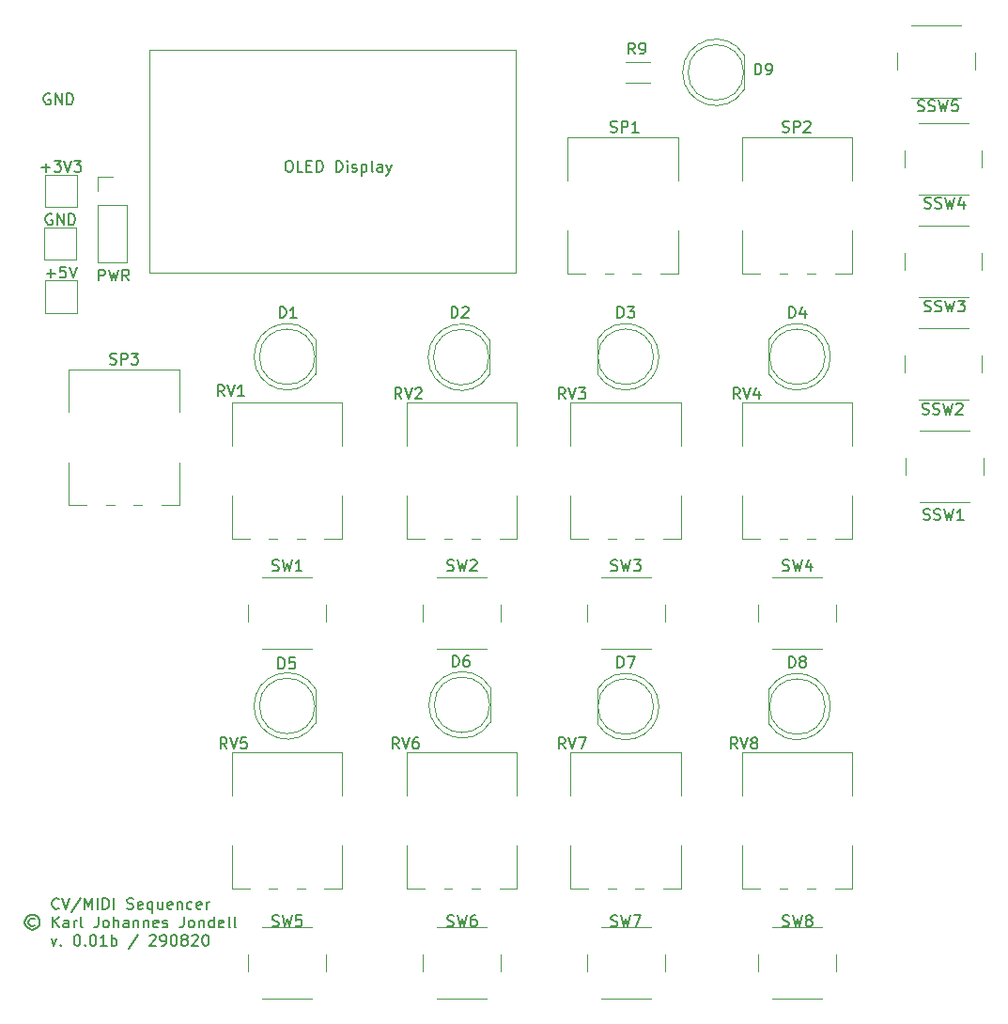
<source format=gbr>
%TF.GenerationSoftware,KiCad,Pcbnew,5.1.5+dfsg1-2build2*%
%TF.CreationDate,2020-08-29T23:52:12+02:00*%
%TF.ProjectId,sequencer-pcb,73657175-656e-4636-9572-2d7063622e6b,rev?*%
%TF.SameCoordinates,Original*%
%TF.FileFunction,Legend,Top*%
%TF.FilePolarity,Positive*%
%FSLAX46Y46*%
G04 Gerber Fmt 4.6, Leading zero omitted, Abs format (unit mm)*
G04 Created by KiCad (PCBNEW 5.1.5+dfsg1-2build2) date 2020-08-29 23:52:12*
%MOMM*%
%LPD*%
G04 APERTURE LIST*
%ADD10C,0.150000*%
%ADD11C,0.120000*%
G04 APERTURE END LIST*
D10*
X100771428Y-130307142D02*
X100723809Y-130354761D01*
X100580952Y-130402380D01*
X100485714Y-130402380D01*
X100342857Y-130354761D01*
X100247619Y-130259523D01*
X100200000Y-130164285D01*
X100152380Y-129973809D01*
X100152380Y-129830952D01*
X100200000Y-129640476D01*
X100247619Y-129545238D01*
X100342857Y-129450000D01*
X100485714Y-129402380D01*
X100580952Y-129402380D01*
X100723809Y-129450000D01*
X100771428Y-129497619D01*
X101057142Y-129402380D02*
X101390476Y-130402380D01*
X101723809Y-129402380D01*
X102771428Y-129354761D02*
X101914285Y-130640476D01*
X103104761Y-130402380D02*
X103104761Y-129402380D01*
X103438095Y-130116666D01*
X103771428Y-129402380D01*
X103771428Y-130402380D01*
X104247619Y-130402380D02*
X104247619Y-129402380D01*
X104723809Y-130402380D02*
X104723809Y-129402380D01*
X104961904Y-129402380D01*
X105104761Y-129450000D01*
X105200000Y-129545238D01*
X105247619Y-129640476D01*
X105295238Y-129830952D01*
X105295238Y-129973809D01*
X105247619Y-130164285D01*
X105200000Y-130259523D01*
X105104761Y-130354761D01*
X104961904Y-130402380D01*
X104723809Y-130402380D01*
X105723809Y-130402380D02*
X105723809Y-129402380D01*
X106914285Y-130354761D02*
X107057142Y-130402380D01*
X107295238Y-130402380D01*
X107390476Y-130354761D01*
X107438095Y-130307142D01*
X107485714Y-130211904D01*
X107485714Y-130116666D01*
X107438095Y-130021428D01*
X107390476Y-129973809D01*
X107295238Y-129926190D01*
X107104761Y-129878571D01*
X107009523Y-129830952D01*
X106961904Y-129783333D01*
X106914285Y-129688095D01*
X106914285Y-129592857D01*
X106961904Y-129497619D01*
X107009523Y-129450000D01*
X107104761Y-129402380D01*
X107342857Y-129402380D01*
X107485714Y-129450000D01*
X108295238Y-130354761D02*
X108200000Y-130402380D01*
X108009523Y-130402380D01*
X107914285Y-130354761D01*
X107866666Y-130259523D01*
X107866666Y-129878571D01*
X107914285Y-129783333D01*
X108009523Y-129735714D01*
X108200000Y-129735714D01*
X108295238Y-129783333D01*
X108342857Y-129878571D01*
X108342857Y-129973809D01*
X107866666Y-130069047D01*
X109200000Y-129735714D02*
X109200000Y-130735714D01*
X109200000Y-130354761D02*
X109104761Y-130402380D01*
X108914285Y-130402380D01*
X108819047Y-130354761D01*
X108771428Y-130307142D01*
X108723809Y-130211904D01*
X108723809Y-129926190D01*
X108771428Y-129830952D01*
X108819047Y-129783333D01*
X108914285Y-129735714D01*
X109104761Y-129735714D01*
X109200000Y-129783333D01*
X110104761Y-129735714D02*
X110104761Y-130402380D01*
X109676190Y-129735714D02*
X109676190Y-130259523D01*
X109723809Y-130354761D01*
X109819047Y-130402380D01*
X109961904Y-130402380D01*
X110057142Y-130354761D01*
X110104761Y-130307142D01*
X110961904Y-130354761D02*
X110866666Y-130402380D01*
X110676190Y-130402380D01*
X110580952Y-130354761D01*
X110533333Y-130259523D01*
X110533333Y-129878571D01*
X110580952Y-129783333D01*
X110676190Y-129735714D01*
X110866666Y-129735714D01*
X110961904Y-129783333D01*
X111009523Y-129878571D01*
X111009523Y-129973809D01*
X110533333Y-130069047D01*
X111438095Y-129735714D02*
X111438095Y-130402380D01*
X111438095Y-129830952D02*
X111485714Y-129783333D01*
X111580952Y-129735714D01*
X111723809Y-129735714D01*
X111819047Y-129783333D01*
X111866666Y-129878571D01*
X111866666Y-130402380D01*
X112771428Y-130354761D02*
X112676190Y-130402380D01*
X112485714Y-130402380D01*
X112390476Y-130354761D01*
X112342857Y-130307142D01*
X112295238Y-130211904D01*
X112295238Y-129926190D01*
X112342857Y-129830952D01*
X112390476Y-129783333D01*
X112485714Y-129735714D01*
X112676190Y-129735714D01*
X112771428Y-129783333D01*
X113580952Y-130354761D02*
X113485714Y-130402380D01*
X113295238Y-130402380D01*
X113200000Y-130354761D01*
X113152380Y-130259523D01*
X113152380Y-129878571D01*
X113200000Y-129783333D01*
X113295238Y-129735714D01*
X113485714Y-129735714D01*
X113580952Y-129783333D01*
X113628571Y-129878571D01*
X113628571Y-129973809D01*
X113152380Y-130069047D01*
X114057142Y-130402380D02*
X114057142Y-129735714D01*
X114057142Y-129926190D02*
X114104761Y-129830952D01*
X114152380Y-129783333D01*
X114247619Y-129735714D01*
X114342857Y-129735714D01*
X98557142Y-131290476D02*
X98461904Y-131242857D01*
X98271428Y-131242857D01*
X98176190Y-131290476D01*
X98080952Y-131385714D01*
X98033333Y-131480952D01*
X98033333Y-131671428D01*
X98080952Y-131766666D01*
X98176190Y-131861904D01*
X98271428Y-131909523D01*
X98461904Y-131909523D01*
X98557142Y-131861904D01*
X98366666Y-130909523D02*
X98128571Y-130957142D01*
X97890476Y-131100000D01*
X97747619Y-131338095D01*
X97700000Y-131576190D01*
X97747619Y-131814285D01*
X97890476Y-132052380D01*
X98128571Y-132195238D01*
X98366666Y-132242857D01*
X98604761Y-132195238D01*
X98842857Y-132052380D01*
X98985714Y-131814285D01*
X99033333Y-131576190D01*
X98985714Y-131338095D01*
X98842857Y-131100000D01*
X98604761Y-130957142D01*
X98366666Y-130909523D01*
X100223809Y-132052380D02*
X100223809Y-131052380D01*
X100795238Y-132052380D02*
X100366666Y-131480952D01*
X100795238Y-131052380D02*
X100223809Y-131623809D01*
X101652380Y-132052380D02*
X101652380Y-131528571D01*
X101604761Y-131433333D01*
X101509523Y-131385714D01*
X101319047Y-131385714D01*
X101223809Y-131433333D01*
X101652380Y-132004761D02*
X101557142Y-132052380D01*
X101319047Y-132052380D01*
X101223809Y-132004761D01*
X101176190Y-131909523D01*
X101176190Y-131814285D01*
X101223809Y-131719047D01*
X101319047Y-131671428D01*
X101557142Y-131671428D01*
X101652380Y-131623809D01*
X102128571Y-132052380D02*
X102128571Y-131385714D01*
X102128571Y-131576190D02*
X102176190Y-131480952D01*
X102223809Y-131433333D01*
X102319047Y-131385714D01*
X102414285Y-131385714D01*
X102890476Y-132052380D02*
X102795238Y-132004761D01*
X102747619Y-131909523D01*
X102747619Y-131052380D01*
X104319047Y-131052380D02*
X104319047Y-131766666D01*
X104271428Y-131909523D01*
X104176190Y-132004761D01*
X104033333Y-132052380D01*
X103938095Y-132052380D01*
X104938095Y-132052380D02*
X104842857Y-132004761D01*
X104795238Y-131957142D01*
X104747619Y-131861904D01*
X104747619Y-131576190D01*
X104795238Y-131480952D01*
X104842857Y-131433333D01*
X104938095Y-131385714D01*
X105080952Y-131385714D01*
X105176190Y-131433333D01*
X105223809Y-131480952D01*
X105271428Y-131576190D01*
X105271428Y-131861904D01*
X105223809Y-131957142D01*
X105176190Y-132004761D01*
X105080952Y-132052380D01*
X104938095Y-132052380D01*
X105700000Y-132052380D02*
X105700000Y-131052380D01*
X106128571Y-132052380D02*
X106128571Y-131528571D01*
X106080952Y-131433333D01*
X105985714Y-131385714D01*
X105842857Y-131385714D01*
X105747619Y-131433333D01*
X105700000Y-131480952D01*
X107033333Y-132052380D02*
X107033333Y-131528571D01*
X106985714Y-131433333D01*
X106890476Y-131385714D01*
X106700000Y-131385714D01*
X106604761Y-131433333D01*
X107033333Y-132004761D02*
X106938095Y-132052380D01*
X106700000Y-132052380D01*
X106604761Y-132004761D01*
X106557142Y-131909523D01*
X106557142Y-131814285D01*
X106604761Y-131719047D01*
X106700000Y-131671428D01*
X106938095Y-131671428D01*
X107033333Y-131623809D01*
X107509523Y-131385714D02*
X107509523Y-132052380D01*
X107509523Y-131480952D02*
X107557142Y-131433333D01*
X107652380Y-131385714D01*
X107795238Y-131385714D01*
X107890476Y-131433333D01*
X107938095Y-131528571D01*
X107938095Y-132052380D01*
X108414285Y-131385714D02*
X108414285Y-132052380D01*
X108414285Y-131480952D02*
X108461904Y-131433333D01*
X108557142Y-131385714D01*
X108700000Y-131385714D01*
X108795238Y-131433333D01*
X108842857Y-131528571D01*
X108842857Y-132052380D01*
X109700000Y-132004761D02*
X109604761Y-132052380D01*
X109414285Y-132052380D01*
X109319047Y-132004761D01*
X109271428Y-131909523D01*
X109271428Y-131528571D01*
X109319047Y-131433333D01*
X109414285Y-131385714D01*
X109604761Y-131385714D01*
X109700000Y-131433333D01*
X109747619Y-131528571D01*
X109747619Y-131623809D01*
X109271428Y-131719047D01*
X110128571Y-132004761D02*
X110223809Y-132052380D01*
X110414285Y-132052380D01*
X110509523Y-132004761D01*
X110557142Y-131909523D01*
X110557142Y-131861904D01*
X110509523Y-131766666D01*
X110414285Y-131719047D01*
X110271428Y-131719047D01*
X110176190Y-131671428D01*
X110128571Y-131576190D01*
X110128571Y-131528571D01*
X110176190Y-131433333D01*
X110271428Y-131385714D01*
X110414285Y-131385714D01*
X110509523Y-131433333D01*
X112033333Y-131052380D02*
X112033333Y-131766666D01*
X111985714Y-131909523D01*
X111890476Y-132004761D01*
X111747619Y-132052380D01*
X111652380Y-132052380D01*
X112652380Y-132052380D02*
X112557142Y-132004761D01*
X112509523Y-131957142D01*
X112461904Y-131861904D01*
X112461904Y-131576190D01*
X112509523Y-131480952D01*
X112557142Y-131433333D01*
X112652380Y-131385714D01*
X112795238Y-131385714D01*
X112890476Y-131433333D01*
X112938095Y-131480952D01*
X112985714Y-131576190D01*
X112985714Y-131861904D01*
X112938095Y-131957142D01*
X112890476Y-132004761D01*
X112795238Y-132052380D01*
X112652380Y-132052380D01*
X113414285Y-131385714D02*
X113414285Y-132052380D01*
X113414285Y-131480952D02*
X113461904Y-131433333D01*
X113557142Y-131385714D01*
X113700000Y-131385714D01*
X113795238Y-131433333D01*
X113842857Y-131528571D01*
X113842857Y-132052380D01*
X114747619Y-132052380D02*
X114747619Y-131052380D01*
X114747619Y-132004761D02*
X114652380Y-132052380D01*
X114461904Y-132052380D01*
X114366666Y-132004761D01*
X114319047Y-131957142D01*
X114271428Y-131861904D01*
X114271428Y-131576190D01*
X114319047Y-131480952D01*
X114366666Y-131433333D01*
X114461904Y-131385714D01*
X114652380Y-131385714D01*
X114747619Y-131433333D01*
X115604761Y-132004761D02*
X115509523Y-132052380D01*
X115319047Y-132052380D01*
X115223809Y-132004761D01*
X115176190Y-131909523D01*
X115176190Y-131528571D01*
X115223809Y-131433333D01*
X115319047Y-131385714D01*
X115509523Y-131385714D01*
X115604761Y-131433333D01*
X115652380Y-131528571D01*
X115652380Y-131623809D01*
X115176190Y-131719047D01*
X116223809Y-132052380D02*
X116128571Y-132004761D01*
X116080952Y-131909523D01*
X116080952Y-131052380D01*
X116747619Y-132052380D02*
X116652380Y-132004761D01*
X116604761Y-131909523D01*
X116604761Y-131052380D01*
X100080952Y-133035714D02*
X100319047Y-133702380D01*
X100557142Y-133035714D01*
X100938095Y-133607142D02*
X100985714Y-133654761D01*
X100938095Y-133702380D01*
X100890476Y-133654761D01*
X100938095Y-133607142D01*
X100938095Y-133702380D01*
X102366666Y-132702380D02*
X102461904Y-132702380D01*
X102557142Y-132750000D01*
X102604761Y-132797619D01*
X102652380Y-132892857D01*
X102700000Y-133083333D01*
X102700000Y-133321428D01*
X102652380Y-133511904D01*
X102604761Y-133607142D01*
X102557142Y-133654761D01*
X102461904Y-133702380D01*
X102366666Y-133702380D01*
X102271428Y-133654761D01*
X102223809Y-133607142D01*
X102176190Y-133511904D01*
X102128571Y-133321428D01*
X102128571Y-133083333D01*
X102176190Y-132892857D01*
X102223809Y-132797619D01*
X102271428Y-132750000D01*
X102366666Y-132702380D01*
X103128571Y-133607142D02*
X103176190Y-133654761D01*
X103128571Y-133702380D01*
X103080952Y-133654761D01*
X103128571Y-133607142D01*
X103128571Y-133702380D01*
X103795238Y-132702380D02*
X103890476Y-132702380D01*
X103985714Y-132750000D01*
X104033333Y-132797619D01*
X104080952Y-132892857D01*
X104128571Y-133083333D01*
X104128571Y-133321428D01*
X104080952Y-133511904D01*
X104033333Y-133607142D01*
X103985714Y-133654761D01*
X103890476Y-133702380D01*
X103795238Y-133702380D01*
X103700000Y-133654761D01*
X103652380Y-133607142D01*
X103604761Y-133511904D01*
X103557142Y-133321428D01*
X103557142Y-133083333D01*
X103604761Y-132892857D01*
X103652380Y-132797619D01*
X103700000Y-132750000D01*
X103795238Y-132702380D01*
X105080952Y-133702380D02*
X104509523Y-133702380D01*
X104795238Y-133702380D02*
X104795238Y-132702380D01*
X104700000Y-132845238D01*
X104604761Y-132940476D01*
X104509523Y-132988095D01*
X105509523Y-133702380D02*
X105509523Y-132702380D01*
X105509523Y-133083333D02*
X105604761Y-133035714D01*
X105795238Y-133035714D01*
X105890476Y-133083333D01*
X105938095Y-133130952D01*
X105985714Y-133226190D01*
X105985714Y-133511904D01*
X105938095Y-133607142D01*
X105890476Y-133654761D01*
X105795238Y-133702380D01*
X105604761Y-133702380D01*
X105509523Y-133654761D01*
X107890476Y-132654761D02*
X107033333Y-133940476D01*
X108938095Y-132797619D02*
X108985714Y-132750000D01*
X109080952Y-132702380D01*
X109319047Y-132702380D01*
X109414285Y-132750000D01*
X109461904Y-132797619D01*
X109509523Y-132892857D01*
X109509523Y-132988095D01*
X109461904Y-133130952D01*
X108890476Y-133702380D01*
X109509523Y-133702380D01*
X109985714Y-133702380D02*
X110176190Y-133702380D01*
X110271428Y-133654761D01*
X110319047Y-133607142D01*
X110414285Y-133464285D01*
X110461904Y-133273809D01*
X110461904Y-132892857D01*
X110414285Y-132797619D01*
X110366666Y-132750000D01*
X110271428Y-132702380D01*
X110080952Y-132702380D01*
X109985714Y-132750000D01*
X109938095Y-132797619D01*
X109890476Y-132892857D01*
X109890476Y-133130952D01*
X109938095Y-133226190D01*
X109985714Y-133273809D01*
X110080952Y-133321428D01*
X110271428Y-133321428D01*
X110366666Y-133273809D01*
X110414285Y-133226190D01*
X110461904Y-133130952D01*
X111080952Y-132702380D02*
X111176190Y-132702380D01*
X111271428Y-132750000D01*
X111319047Y-132797619D01*
X111366666Y-132892857D01*
X111414285Y-133083333D01*
X111414285Y-133321428D01*
X111366666Y-133511904D01*
X111319047Y-133607142D01*
X111271428Y-133654761D01*
X111176190Y-133702380D01*
X111080952Y-133702380D01*
X110985714Y-133654761D01*
X110938095Y-133607142D01*
X110890476Y-133511904D01*
X110842857Y-133321428D01*
X110842857Y-133083333D01*
X110890476Y-132892857D01*
X110938095Y-132797619D01*
X110985714Y-132750000D01*
X111080952Y-132702380D01*
X111985714Y-133130952D02*
X111890476Y-133083333D01*
X111842857Y-133035714D01*
X111795238Y-132940476D01*
X111795238Y-132892857D01*
X111842857Y-132797619D01*
X111890476Y-132750000D01*
X111985714Y-132702380D01*
X112176190Y-132702380D01*
X112271428Y-132750000D01*
X112319047Y-132797619D01*
X112366666Y-132892857D01*
X112366666Y-132940476D01*
X112319047Y-133035714D01*
X112271428Y-133083333D01*
X112176190Y-133130952D01*
X111985714Y-133130952D01*
X111890476Y-133178571D01*
X111842857Y-133226190D01*
X111795238Y-133321428D01*
X111795238Y-133511904D01*
X111842857Y-133607142D01*
X111890476Y-133654761D01*
X111985714Y-133702380D01*
X112176190Y-133702380D01*
X112271428Y-133654761D01*
X112319047Y-133607142D01*
X112366666Y-133511904D01*
X112366666Y-133321428D01*
X112319047Y-133226190D01*
X112271428Y-133178571D01*
X112176190Y-133130952D01*
X112747619Y-132797619D02*
X112795238Y-132750000D01*
X112890476Y-132702380D01*
X113128571Y-132702380D01*
X113223809Y-132750000D01*
X113271428Y-132797619D01*
X113319047Y-132892857D01*
X113319047Y-132988095D01*
X113271428Y-133130952D01*
X112700000Y-133702380D01*
X113319047Y-133702380D01*
X113938095Y-132702380D02*
X114033333Y-132702380D01*
X114128571Y-132750000D01*
X114176190Y-132797619D01*
X114223809Y-132892857D01*
X114271428Y-133083333D01*
X114271428Y-133321428D01*
X114223809Y-133511904D01*
X114176190Y-133607142D01*
X114128571Y-133654761D01*
X114033333Y-133702380D01*
X113938095Y-133702380D01*
X113842857Y-133654761D01*
X113795238Y-133607142D01*
X113747619Y-133511904D01*
X113700000Y-133321428D01*
X113700000Y-133083333D01*
X113747619Y-132892857D01*
X113795238Y-132797619D01*
X113842857Y-132750000D01*
X113938095Y-132702380D01*
D11*
%TO.C,+5V*%
X99500000Y-76700000D02*
X99500000Y-73800000D01*
X102400000Y-76700000D02*
X99500000Y-76700000D01*
X102400000Y-73800000D02*
X102400000Y-76700000D01*
X99500000Y-73800000D02*
X102400000Y-73800000D01*
%TO.C,GND*%
X99450000Y-71925000D02*
X99450000Y-69025000D01*
X102350000Y-71925000D02*
X99450000Y-71925000D01*
X102350000Y-69025000D02*
X102350000Y-71925000D01*
X99450000Y-69025000D02*
X102350000Y-69025000D01*
%TO.C,+3V3*%
X99500000Y-67150000D02*
X99500000Y-64250000D01*
X102400000Y-67150000D02*
X99500000Y-67150000D01*
X102400000Y-64250000D02*
X102400000Y-67150000D01*
X99500000Y-64250000D02*
X102400000Y-64250000D01*
%TO.C,PWR*%
X104270000Y-64420000D02*
X105600000Y-64420000D01*
X104270000Y-65750000D02*
X104270000Y-64420000D01*
X104270000Y-67020000D02*
X106930000Y-67020000D01*
X106930000Y-67020000D02*
X106930000Y-72160000D01*
X104270000Y-67020000D02*
X104270000Y-72160000D01*
X104270000Y-72160000D02*
X106930000Y-72160000D01*
%TO.C,RV1*%
X116368000Y-84810000D02*
X126308000Y-84810000D01*
X124708000Y-97050000D02*
X126308000Y-97050000D01*
X122209000Y-97050000D02*
X122968000Y-97050000D01*
X119709000Y-97050000D02*
X120468000Y-97050000D01*
X116368000Y-97050000D02*
X117967000Y-97050000D01*
X126308000Y-88675000D02*
X126308000Y-84810000D01*
X126308000Y-97050000D02*
X126308000Y-93185000D01*
X116368000Y-88675000D02*
X116368000Y-84810000D01*
X116368000Y-97050000D02*
X116368000Y-93185000D01*
%TO.C,OLED Display*%
X108950000Y-53050000D02*
X141950000Y-53050000D01*
X141950000Y-53050000D02*
X141950000Y-73050000D01*
X141950000Y-73050000D02*
X108950000Y-73050000D01*
X108950000Y-73050000D02*
X108950000Y-53050000D01*
%TO.C,SP3*%
X101680000Y-81780000D02*
X111620000Y-81780000D01*
X110020000Y-94020000D02*
X111620000Y-94020000D01*
X107521000Y-94020000D02*
X108280000Y-94020000D01*
X105021000Y-94020000D02*
X105780000Y-94020000D01*
X101680000Y-94020000D02*
X103279000Y-94020000D01*
X111620000Y-85645000D02*
X111620000Y-81780000D01*
X111620000Y-94020000D02*
X111620000Y-90155000D01*
X101680000Y-85645000D02*
X101680000Y-81780000D01*
X101680000Y-94020000D02*
X101680000Y-90155000D01*
%TO.C,SP2*%
X162353000Y-73146000D02*
X162353000Y-69281000D01*
X162353000Y-64771000D02*
X162353000Y-60906000D01*
X172293000Y-73146000D02*
X172293000Y-69281000D01*
X172293000Y-64771000D02*
X172293000Y-60906000D01*
X162353000Y-73146000D02*
X163952000Y-73146000D01*
X165694000Y-73146000D02*
X166453000Y-73146000D01*
X168194000Y-73146000D02*
X168953000Y-73146000D01*
X170693000Y-73146000D02*
X172293000Y-73146000D01*
X162353000Y-60906000D02*
X172293000Y-60906000D01*
%TO.C,SP1*%
X146640000Y-60906000D02*
X156580000Y-60906000D01*
X154980000Y-73146000D02*
X156580000Y-73146000D01*
X152481000Y-73146000D02*
X153240000Y-73146000D01*
X149981000Y-73146000D02*
X150740000Y-73146000D01*
X146640000Y-73146000D02*
X148239000Y-73146000D01*
X156580000Y-64771000D02*
X156580000Y-60906000D01*
X156580000Y-73146000D02*
X156580000Y-69281000D01*
X146640000Y-64771000D02*
X146640000Y-60906000D01*
X146640000Y-73146000D02*
X146640000Y-69281000D01*
%TO.C,RV8*%
X162353000Y-128546000D02*
X162353000Y-124681000D01*
X162353000Y-120171000D02*
X162353000Y-116306000D01*
X172293000Y-128546000D02*
X172293000Y-124681000D01*
X172293000Y-120171000D02*
X172293000Y-116306000D01*
X162353000Y-128546000D02*
X163952000Y-128546000D01*
X165694000Y-128546000D02*
X166453000Y-128546000D01*
X168194000Y-128546000D02*
X168953000Y-128546000D01*
X170693000Y-128546000D02*
X172293000Y-128546000D01*
X162353000Y-116306000D02*
X172293000Y-116306000D01*
%TO.C,RV7*%
X146894000Y-116306000D02*
X156834000Y-116306000D01*
X155234000Y-128546000D02*
X156834000Y-128546000D01*
X152735000Y-128546000D02*
X153494000Y-128546000D01*
X150235000Y-128546000D02*
X150994000Y-128546000D01*
X146894000Y-128546000D02*
X148493000Y-128546000D01*
X156834000Y-120171000D02*
X156834000Y-116306000D01*
X156834000Y-128546000D02*
X156834000Y-124681000D01*
X146894000Y-120171000D02*
X146894000Y-116306000D01*
X146894000Y-128546000D02*
X146894000Y-124681000D01*
%TO.C,RV6*%
X132127000Y-116306000D02*
X142067000Y-116306000D01*
X140467000Y-128546000D02*
X142067000Y-128546000D01*
X137968000Y-128546000D02*
X138727000Y-128546000D01*
X135468000Y-128546000D02*
X136227000Y-128546000D01*
X132127000Y-128546000D02*
X133726000Y-128546000D01*
X142067000Y-120171000D02*
X142067000Y-116306000D01*
X142067000Y-128546000D02*
X142067000Y-124681000D01*
X132127000Y-120171000D02*
X132127000Y-116306000D01*
X132127000Y-128546000D02*
X132127000Y-124681000D01*
%TO.C,RV5*%
X116368000Y-116306000D02*
X126308000Y-116306000D01*
X124708000Y-128546000D02*
X126308000Y-128546000D01*
X122209000Y-128546000D02*
X122968000Y-128546000D01*
X119709000Y-128546000D02*
X120468000Y-128546000D01*
X116368000Y-128546000D02*
X117967000Y-128546000D01*
X126308000Y-120171000D02*
X126308000Y-116306000D01*
X126308000Y-128546000D02*
X126308000Y-124681000D01*
X116368000Y-120171000D02*
X116368000Y-116306000D01*
X116368000Y-128546000D02*
X116368000Y-124681000D01*
%TO.C,RV4*%
X162353000Y-97050000D02*
X162353000Y-93185000D01*
X162353000Y-88675000D02*
X162353000Y-84810000D01*
X172293000Y-97050000D02*
X172293000Y-93185000D01*
X172293000Y-88675000D02*
X172293000Y-84810000D01*
X162353000Y-97050000D02*
X163952000Y-97050000D01*
X165694000Y-97050000D02*
X166453000Y-97050000D01*
X168194000Y-97050000D02*
X168953000Y-97050000D01*
X170693000Y-97050000D02*
X172293000Y-97050000D01*
X162353000Y-84810000D02*
X172293000Y-84810000D01*
%TO.C,RV3*%
X146894000Y-84810000D02*
X156834000Y-84810000D01*
X155234000Y-97050000D02*
X156834000Y-97050000D01*
X152735000Y-97050000D02*
X153494000Y-97050000D01*
X150235000Y-97050000D02*
X150994000Y-97050000D01*
X146894000Y-97050000D02*
X148493000Y-97050000D01*
X156834000Y-88675000D02*
X156834000Y-84810000D01*
X156834000Y-97050000D02*
X156834000Y-93185000D01*
X146894000Y-88675000D02*
X146894000Y-84810000D01*
X146894000Y-97050000D02*
X146894000Y-93185000D01*
%TO.C,RV2*%
X132127000Y-84810000D02*
X142067000Y-84810000D01*
X140467000Y-97050000D02*
X142067000Y-97050000D01*
X137968000Y-97050000D02*
X138727000Y-97050000D01*
X135468000Y-97050000D02*
X136227000Y-97050000D01*
X132127000Y-97050000D02*
X133726000Y-97050000D01*
X142067000Y-88675000D02*
X142067000Y-84810000D01*
X142067000Y-97050000D02*
X142067000Y-93185000D01*
X132127000Y-88675000D02*
X132127000Y-84810000D01*
X132127000Y-97050000D02*
X132127000Y-93185000D01*
%TO.C,SSW5*%
X182073000Y-50800000D02*
X177573000Y-50800000D01*
X183323000Y-54800000D02*
X183323000Y-53300000D01*
X177573000Y-57300000D02*
X182073000Y-57300000D01*
X176323000Y-53300000D02*
X176323000Y-54800000D01*
%TO.C,SSW1*%
X184078000Y-91278000D02*
X184078000Y-89778000D01*
X182828000Y-87278000D02*
X178328000Y-87278000D01*
X177078000Y-89778000D02*
X177078000Y-91278000D01*
X178328000Y-93778000D02*
X182828000Y-93778000D01*
%TO.C,SSW3*%
X183974000Y-72820666D02*
X183974000Y-71320666D01*
X182724000Y-68820666D02*
X178224000Y-68820666D01*
X176974000Y-71320666D02*
X176974000Y-72820666D01*
X178224000Y-75320666D02*
X182724000Y-75320666D01*
%TO.C,SSW2*%
X183974000Y-82049332D02*
X183974000Y-80549332D01*
X182724000Y-78049332D02*
X178224000Y-78049332D01*
X176974000Y-80549332D02*
X176974000Y-82049332D01*
X178224000Y-84549332D02*
X182724000Y-84549332D01*
%TO.C,SSW4*%
X183974000Y-63592000D02*
X183974000Y-62092000D01*
X182724000Y-59592000D02*
X178224000Y-59592000D01*
X176974000Y-62092000D02*
X176974000Y-63592000D01*
X178224000Y-66092000D02*
X182724000Y-66092000D01*
%TO.C,SW8*%
X165073000Y-138482000D02*
X169573000Y-138482000D01*
X163823000Y-134482000D02*
X163823000Y-135982000D01*
X169573000Y-131982000D02*
X165073000Y-131982000D01*
X170823000Y-135982000D02*
X170823000Y-134482000D01*
%TO.C,SW7*%
X155364000Y-135982000D02*
X155364000Y-134482000D01*
X154114000Y-131982000D02*
X149614000Y-131982000D01*
X148364000Y-134482000D02*
X148364000Y-135982000D01*
X149614000Y-138482000D02*
X154114000Y-138482000D01*
%TO.C,SW6*%
X140597000Y-135982000D02*
X140597000Y-134482000D01*
X139347000Y-131982000D02*
X134847000Y-131982000D01*
X133597000Y-134482000D02*
X133597000Y-135982000D01*
X134847000Y-138482000D02*
X139347000Y-138482000D01*
%TO.C,SW5*%
X124838000Y-135982000D02*
X124838000Y-134482000D01*
X123588000Y-131982000D02*
X119088000Y-131982000D01*
X117838000Y-134482000D02*
X117838000Y-135982000D01*
X119088000Y-138482000D02*
X123588000Y-138482000D01*
%TO.C,SW4*%
X165073000Y-106986000D02*
X169573000Y-106986000D01*
X163823000Y-102986000D02*
X163823000Y-104486000D01*
X169573000Y-100486000D02*
X165073000Y-100486000D01*
X170823000Y-104486000D02*
X170823000Y-102986000D01*
%TO.C,SW3*%
X155364000Y-104486000D02*
X155364000Y-102986000D01*
X154114000Y-100486000D02*
X149614000Y-100486000D01*
X148364000Y-102986000D02*
X148364000Y-104486000D01*
X149614000Y-106986000D02*
X154114000Y-106986000D01*
%TO.C,SW2*%
X140597000Y-104486000D02*
X140597000Y-102986000D01*
X139347000Y-100486000D02*
X134847000Y-100486000D01*
X133597000Y-102986000D02*
X133597000Y-104486000D01*
X134847000Y-106986000D02*
X139347000Y-106986000D01*
%TO.C,SW1*%
X124838000Y-104486000D02*
X124838000Y-102986000D01*
X123588000Y-100486000D02*
X119088000Y-100486000D01*
X117838000Y-102986000D02*
X117838000Y-104486000D01*
X119088000Y-106986000D02*
X123588000Y-106986000D01*
%TO.C,R9*%
X154061252Y-55960000D02*
X151838748Y-55960000D01*
X154061252Y-54140000D02*
X151838748Y-54140000D01*
%TO.C,D9*%
X162480000Y-55050000D02*
G75*
G03X162480000Y-55050000I-2500000J0D01*
G01*
X162540000Y-56595000D02*
X162540000Y-53505000D01*
X156990000Y-55050462D02*
G75*
G02X162540000Y-53505170I2990000J462D01*
G01*
X156990000Y-55049538D02*
G75*
G03X162540000Y-56594830I2990000J-462D01*
G01*
%TO.C,D8*%
X170308000Y-112153538D02*
G75*
G02X164758000Y-113698830I-2990000J-462D01*
G01*
X170308000Y-112154462D02*
G75*
G03X164758000Y-110609170I-2990000J462D01*
G01*
X169818000Y-112154000D02*
G75*
G03X169818000Y-112154000I-2500000J0D01*
G01*
X164758000Y-110609000D02*
X164758000Y-113699000D01*
%TO.C,D7*%
X149299000Y-110609000D02*
X149299000Y-113699000D01*
X154359000Y-112154000D02*
G75*
G03X154359000Y-112154000I-2500000J0D01*
G01*
X154849000Y-112154462D02*
G75*
G03X149299000Y-110609170I-2990000J462D01*
G01*
X154849000Y-112153538D02*
G75*
G02X149299000Y-113698830I-2990000J-462D01*
G01*
%TO.C,D6*%
X139662000Y-113545000D02*
X139662000Y-110455000D01*
X139602000Y-112000000D02*
G75*
G03X139602000Y-112000000I-2500000J0D01*
G01*
X134112000Y-111999538D02*
G75*
G03X139662000Y-113544830I2990000J-462D01*
G01*
X134112000Y-112000462D02*
G75*
G02X139662000Y-110455170I2990000J462D01*
G01*
%TO.C,D5*%
X123903000Y-113645000D02*
X123903000Y-110555000D01*
X123843000Y-112100000D02*
G75*
G03X123843000Y-112100000I-2500000J0D01*
G01*
X118353000Y-112099538D02*
G75*
G03X123903000Y-113644830I2990000J-462D01*
G01*
X118353000Y-112100462D02*
G75*
G02X123903000Y-110555170I2990000J462D01*
G01*
%TO.C,D4*%
X170308000Y-80657538D02*
G75*
G02X164758000Y-82202830I-2990000J-462D01*
G01*
X170308000Y-80658462D02*
G75*
G03X164758000Y-79113170I-2990000J462D01*
G01*
X169818000Y-80658000D02*
G75*
G03X169818000Y-80658000I-2500000J0D01*
G01*
X164758000Y-79113000D02*
X164758000Y-82203000D01*
%TO.C,D3*%
X149299000Y-79113000D02*
X149299000Y-82203000D01*
X154359000Y-80658000D02*
G75*
G03X154359000Y-80658000I-2500000J0D01*
G01*
X154849000Y-80658462D02*
G75*
G03X149299000Y-79113170I-2990000J462D01*
G01*
X154849000Y-80657538D02*
G75*
G02X149299000Y-82202830I-2990000J-462D01*
G01*
%TO.C,D2*%
X139590000Y-82245000D02*
X139590000Y-79155000D01*
X139530000Y-80700000D02*
G75*
G03X139530000Y-80700000I-2500000J0D01*
G01*
X134040000Y-80699538D02*
G75*
G03X139590000Y-82244830I2990000J-462D01*
G01*
X134040000Y-80700462D02*
G75*
G02X139590000Y-79155170I2990000J462D01*
G01*
%TO.C,D1*%
X123903000Y-82203000D02*
X123903000Y-79113000D01*
X123843000Y-80658000D02*
G75*
G03X123843000Y-80658000I-2500000J0D01*
G01*
X118353000Y-80657538D02*
G75*
G03X123903000Y-82202830I2990000J-462D01*
G01*
X118353000Y-80658462D02*
G75*
G02X123903000Y-79113170I2990000J462D01*
G01*
%TO.C,+5V*%
D10*
X99664285Y-73173428D02*
X100426190Y-73173428D01*
X100045238Y-73554380D02*
X100045238Y-72792476D01*
X101378571Y-72554380D02*
X100902380Y-72554380D01*
X100854761Y-73030571D01*
X100902380Y-72982952D01*
X100997619Y-72935333D01*
X101235714Y-72935333D01*
X101330952Y-72982952D01*
X101378571Y-73030571D01*
X101426190Y-73125809D01*
X101426190Y-73363904D01*
X101378571Y-73459142D01*
X101330952Y-73506761D01*
X101235714Y-73554380D01*
X100997619Y-73554380D01*
X100902380Y-73506761D01*
X100854761Y-73459142D01*
X101711904Y-72554380D02*
X102045238Y-73554380D01*
X102378571Y-72554380D01*
%TO.C,GND*%
X100138095Y-67827000D02*
X100042857Y-67779380D01*
X99900000Y-67779380D01*
X99757142Y-67827000D01*
X99661904Y-67922238D01*
X99614285Y-68017476D01*
X99566666Y-68207952D01*
X99566666Y-68350809D01*
X99614285Y-68541285D01*
X99661904Y-68636523D01*
X99757142Y-68731761D01*
X99900000Y-68779380D01*
X99995238Y-68779380D01*
X100138095Y-68731761D01*
X100185714Y-68684142D01*
X100185714Y-68350809D01*
X99995238Y-68350809D01*
X100614285Y-68779380D02*
X100614285Y-67779380D01*
X101185714Y-68779380D01*
X101185714Y-67779380D01*
X101661904Y-68779380D02*
X101661904Y-67779380D01*
X101900000Y-67779380D01*
X102042857Y-67827000D01*
X102138095Y-67922238D01*
X102185714Y-68017476D01*
X102233333Y-68207952D01*
X102233333Y-68350809D01*
X102185714Y-68541285D01*
X102138095Y-68636523D01*
X102042857Y-68731761D01*
X101900000Y-68779380D01*
X101661904Y-68779380D01*
%TO.C,+3V3*%
X99188095Y-63623428D02*
X99950000Y-63623428D01*
X99569047Y-64004380D02*
X99569047Y-63242476D01*
X100330952Y-63004380D02*
X100950000Y-63004380D01*
X100616666Y-63385333D01*
X100759523Y-63385333D01*
X100854761Y-63432952D01*
X100902380Y-63480571D01*
X100950000Y-63575809D01*
X100950000Y-63813904D01*
X100902380Y-63909142D01*
X100854761Y-63956761D01*
X100759523Y-64004380D01*
X100473809Y-64004380D01*
X100378571Y-63956761D01*
X100330952Y-63909142D01*
X101235714Y-63004380D02*
X101569047Y-64004380D01*
X101902380Y-63004380D01*
X102140476Y-63004380D02*
X102759523Y-63004380D01*
X102426190Y-63385333D01*
X102569047Y-63385333D01*
X102664285Y-63432952D01*
X102711904Y-63480571D01*
X102759523Y-63575809D01*
X102759523Y-63813904D01*
X102711904Y-63909142D01*
X102664285Y-63956761D01*
X102569047Y-64004380D01*
X102283333Y-64004380D01*
X102188095Y-63956761D01*
X102140476Y-63909142D01*
%TO.C,PWR*%
X104366666Y-73802380D02*
X104366666Y-72802380D01*
X104747619Y-72802380D01*
X104842857Y-72850000D01*
X104890476Y-72897619D01*
X104938095Y-72992857D01*
X104938095Y-73135714D01*
X104890476Y-73230952D01*
X104842857Y-73278571D01*
X104747619Y-73326190D01*
X104366666Y-73326190D01*
X105271428Y-72802380D02*
X105509523Y-73802380D01*
X105700000Y-73088095D01*
X105890476Y-73802380D01*
X106128571Y-72802380D01*
X107080952Y-73802380D02*
X106747619Y-73326190D01*
X106509523Y-73802380D02*
X106509523Y-72802380D01*
X106890476Y-72802380D01*
X106985714Y-72850000D01*
X107033333Y-72897619D01*
X107080952Y-72992857D01*
X107080952Y-73135714D01*
X107033333Y-73230952D01*
X106985714Y-73278571D01*
X106890476Y-73326190D01*
X106509523Y-73326190D01*
%TO.C,RV1*%
X115654761Y-84202380D02*
X115321428Y-83726190D01*
X115083333Y-84202380D02*
X115083333Y-83202380D01*
X115464285Y-83202380D01*
X115559523Y-83250000D01*
X115607142Y-83297619D01*
X115654761Y-83392857D01*
X115654761Y-83535714D01*
X115607142Y-83630952D01*
X115559523Y-83678571D01*
X115464285Y-83726190D01*
X115083333Y-83726190D01*
X115940476Y-83202380D02*
X116273809Y-84202380D01*
X116607142Y-83202380D01*
X117464285Y-84202380D02*
X116892857Y-84202380D01*
X117178571Y-84202380D02*
X117178571Y-83202380D01*
X117083333Y-83345238D01*
X116988095Y-83440476D01*
X116892857Y-83488095D01*
%TO.C,OLED Display*%
X121426190Y-63002380D02*
X121616666Y-63002380D01*
X121711904Y-63050000D01*
X121807142Y-63145238D01*
X121854761Y-63335714D01*
X121854761Y-63669047D01*
X121807142Y-63859523D01*
X121711904Y-63954761D01*
X121616666Y-64002380D01*
X121426190Y-64002380D01*
X121330952Y-63954761D01*
X121235714Y-63859523D01*
X121188095Y-63669047D01*
X121188095Y-63335714D01*
X121235714Y-63145238D01*
X121330952Y-63050000D01*
X121426190Y-63002380D01*
X122759523Y-64002380D02*
X122283333Y-64002380D01*
X122283333Y-63002380D01*
X123092857Y-63478571D02*
X123426190Y-63478571D01*
X123569047Y-64002380D02*
X123092857Y-64002380D01*
X123092857Y-63002380D01*
X123569047Y-63002380D01*
X123997619Y-64002380D02*
X123997619Y-63002380D01*
X124235714Y-63002380D01*
X124378571Y-63050000D01*
X124473809Y-63145238D01*
X124521428Y-63240476D01*
X124569047Y-63430952D01*
X124569047Y-63573809D01*
X124521428Y-63764285D01*
X124473809Y-63859523D01*
X124378571Y-63954761D01*
X124235714Y-64002380D01*
X123997619Y-64002380D01*
X125759523Y-64002380D02*
X125759523Y-63002380D01*
X125997619Y-63002380D01*
X126140476Y-63050000D01*
X126235714Y-63145238D01*
X126283333Y-63240476D01*
X126330952Y-63430952D01*
X126330952Y-63573809D01*
X126283333Y-63764285D01*
X126235714Y-63859523D01*
X126140476Y-63954761D01*
X125997619Y-64002380D01*
X125759523Y-64002380D01*
X126759523Y-64002380D02*
X126759523Y-63335714D01*
X126759523Y-63002380D02*
X126711904Y-63050000D01*
X126759523Y-63097619D01*
X126807142Y-63050000D01*
X126759523Y-63002380D01*
X126759523Y-63097619D01*
X127188095Y-63954761D02*
X127283333Y-64002380D01*
X127473809Y-64002380D01*
X127569047Y-63954761D01*
X127616666Y-63859523D01*
X127616666Y-63811904D01*
X127569047Y-63716666D01*
X127473809Y-63669047D01*
X127330952Y-63669047D01*
X127235714Y-63621428D01*
X127188095Y-63526190D01*
X127188095Y-63478571D01*
X127235714Y-63383333D01*
X127330952Y-63335714D01*
X127473809Y-63335714D01*
X127569047Y-63383333D01*
X128045238Y-63335714D02*
X128045238Y-64335714D01*
X128045238Y-63383333D02*
X128140476Y-63335714D01*
X128330952Y-63335714D01*
X128426190Y-63383333D01*
X128473809Y-63430952D01*
X128521428Y-63526190D01*
X128521428Y-63811904D01*
X128473809Y-63907142D01*
X128426190Y-63954761D01*
X128330952Y-64002380D01*
X128140476Y-64002380D01*
X128045238Y-63954761D01*
X129092857Y-64002380D02*
X128997619Y-63954761D01*
X128950000Y-63859523D01*
X128950000Y-63002380D01*
X129902380Y-64002380D02*
X129902380Y-63478571D01*
X129854761Y-63383333D01*
X129759523Y-63335714D01*
X129569047Y-63335714D01*
X129473809Y-63383333D01*
X129902380Y-63954761D02*
X129807142Y-64002380D01*
X129569047Y-64002380D01*
X129473809Y-63954761D01*
X129426190Y-63859523D01*
X129426190Y-63764285D01*
X129473809Y-63669047D01*
X129569047Y-63621428D01*
X129807142Y-63621428D01*
X129902380Y-63573809D01*
X130283333Y-63335714D02*
X130521428Y-64002380D01*
X130759523Y-63335714D02*
X130521428Y-64002380D01*
X130426190Y-64240476D01*
X130378571Y-64288095D01*
X130283333Y-64335714D01*
%TO.C,SP3*%
X105388095Y-81304761D02*
X105530952Y-81352380D01*
X105769047Y-81352380D01*
X105864285Y-81304761D01*
X105911904Y-81257142D01*
X105959523Y-81161904D01*
X105959523Y-81066666D01*
X105911904Y-80971428D01*
X105864285Y-80923809D01*
X105769047Y-80876190D01*
X105578571Y-80828571D01*
X105483333Y-80780952D01*
X105435714Y-80733333D01*
X105388095Y-80638095D01*
X105388095Y-80542857D01*
X105435714Y-80447619D01*
X105483333Y-80400000D01*
X105578571Y-80352380D01*
X105816666Y-80352380D01*
X105959523Y-80400000D01*
X106388095Y-81352380D02*
X106388095Y-80352380D01*
X106769047Y-80352380D01*
X106864285Y-80400000D01*
X106911904Y-80447619D01*
X106959523Y-80542857D01*
X106959523Y-80685714D01*
X106911904Y-80780952D01*
X106864285Y-80828571D01*
X106769047Y-80876190D01*
X106388095Y-80876190D01*
X107292857Y-80352380D02*
X107911904Y-80352380D01*
X107578571Y-80733333D01*
X107721428Y-80733333D01*
X107816666Y-80780952D01*
X107864285Y-80828571D01*
X107911904Y-80923809D01*
X107911904Y-81161904D01*
X107864285Y-81257142D01*
X107816666Y-81304761D01*
X107721428Y-81352380D01*
X107435714Y-81352380D01*
X107340476Y-81304761D01*
X107292857Y-81257142D01*
%TO.C,SP2*%
X165988095Y-60404761D02*
X166130952Y-60452380D01*
X166369047Y-60452380D01*
X166464285Y-60404761D01*
X166511904Y-60357142D01*
X166559523Y-60261904D01*
X166559523Y-60166666D01*
X166511904Y-60071428D01*
X166464285Y-60023809D01*
X166369047Y-59976190D01*
X166178571Y-59928571D01*
X166083333Y-59880952D01*
X166035714Y-59833333D01*
X165988095Y-59738095D01*
X165988095Y-59642857D01*
X166035714Y-59547619D01*
X166083333Y-59500000D01*
X166178571Y-59452380D01*
X166416666Y-59452380D01*
X166559523Y-59500000D01*
X166988095Y-60452380D02*
X166988095Y-59452380D01*
X167369047Y-59452380D01*
X167464285Y-59500000D01*
X167511904Y-59547619D01*
X167559523Y-59642857D01*
X167559523Y-59785714D01*
X167511904Y-59880952D01*
X167464285Y-59928571D01*
X167369047Y-59976190D01*
X166988095Y-59976190D01*
X167940476Y-59547619D02*
X167988095Y-59500000D01*
X168083333Y-59452380D01*
X168321428Y-59452380D01*
X168416666Y-59500000D01*
X168464285Y-59547619D01*
X168511904Y-59642857D01*
X168511904Y-59738095D01*
X168464285Y-59880952D01*
X167892857Y-60452380D01*
X168511904Y-60452380D01*
%TO.C,SP1*%
X150488095Y-60404761D02*
X150630952Y-60452380D01*
X150869047Y-60452380D01*
X150964285Y-60404761D01*
X151011904Y-60357142D01*
X151059523Y-60261904D01*
X151059523Y-60166666D01*
X151011904Y-60071428D01*
X150964285Y-60023809D01*
X150869047Y-59976190D01*
X150678571Y-59928571D01*
X150583333Y-59880952D01*
X150535714Y-59833333D01*
X150488095Y-59738095D01*
X150488095Y-59642857D01*
X150535714Y-59547619D01*
X150583333Y-59500000D01*
X150678571Y-59452380D01*
X150916666Y-59452380D01*
X151059523Y-59500000D01*
X151488095Y-60452380D02*
X151488095Y-59452380D01*
X151869047Y-59452380D01*
X151964285Y-59500000D01*
X152011904Y-59547619D01*
X152059523Y-59642857D01*
X152059523Y-59785714D01*
X152011904Y-59880952D01*
X151964285Y-59928571D01*
X151869047Y-59976190D01*
X151488095Y-59976190D01*
X153011904Y-60452380D02*
X152440476Y-60452380D01*
X152726190Y-60452380D02*
X152726190Y-59452380D01*
X152630952Y-59595238D01*
X152535714Y-59690476D01*
X152440476Y-59738095D01*
%TO.C,RV8*%
X161904761Y-115952380D02*
X161571428Y-115476190D01*
X161333333Y-115952380D02*
X161333333Y-114952380D01*
X161714285Y-114952380D01*
X161809523Y-115000000D01*
X161857142Y-115047619D01*
X161904761Y-115142857D01*
X161904761Y-115285714D01*
X161857142Y-115380952D01*
X161809523Y-115428571D01*
X161714285Y-115476190D01*
X161333333Y-115476190D01*
X162190476Y-114952380D02*
X162523809Y-115952380D01*
X162857142Y-114952380D01*
X163333333Y-115380952D02*
X163238095Y-115333333D01*
X163190476Y-115285714D01*
X163142857Y-115190476D01*
X163142857Y-115142857D01*
X163190476Y-115047619D01*
X163238095Y-115000000D01*
X163333333Y-114952380D01*
X163523809Y-114952380D01*
X163619047Y-115000000D01*
X163666666Y-115047619D01*
X163714285Y-115142857D01*
X163714285Y-115190476D01*
X163666666Y-115285714D01*
X163619047Y-115333333D01*
X163523809Y-115380952D01*
X163333333Y-115380952D01*
X163238095Y-115428571D01*
X163190476Y-115476190D01*
X163142857Y-115571428D01*
X163142857Y-115761904D01*
X163190476Y-115857142D01*
X163238095Y-115904761D01*
X163333333Y-115952380D01*
X163523809Y-115952380D01*
X163619047Y-115904761D01*
X163666666Y-115857142D01*
X163714285Y-115761904D01*
X163714285Y-115571428D01*
X163666666Y-115476190D01*
X163619047Y-115428571D01*
X163523809Y-115380952D01*
%TO.C,RV7*%
X146404761Y-115952380D02*
X146071428Y-115476190D01*
X145833333Y-115952380D02*
X145833333Y-114952380D01*
X146214285Y-114952380D01*
X146309523Y-115000000D01*
X146357142Y-115047619D01*
X146404761Y-115142857D01*
X146404761Y-115285714D01*
X146357142Y-115380952D01*
X146309523Y-115428571D01*
X146214285Y-115476190D01*
X145833333Y-115476190D01*
X146690476Y-114952380D02*
X147023809Y-115952380D01*
X147357142Y-114952380D01*
X147595238Y-114952380D02*
X148261904Y-114952380D01*
X147833333Y-115952380D01*
%TO.C,RV6*%
X131404761Y-115952380D02*
X131071428Y-115476190D01*
X130833333Y-115952380D02*
X130833333Y-114952380D01*
X131214285Y-114952380D01*
X131309523Y-115000000D01*
X131357142Y-115047619D01*
X131404761Y-115142857D01*
X131404761Y-115285714D01*
X131357142Y-115380952D01*
X131309523Y-115428571D01*
X131214285Y-115476190D01*
X130833333Y-115476190D01*
X131690476Y-114952380D02*
X132023809Y-115952380D01*
X132357142Y-114952380D01*
X133119047Y-114952380D02*
X132928571Y-114952380D01*
X132833333Y-115000000D01*
X132785714Y-115047619D01*
X132690476Y-115190476D01*
X132642857Y-115380952D01*
X132642857Y-115761904D01*
X132690476Y-115857142D01*
X132738095Y-115904761D01*
X132833333Y-115952380D01*
X133023809Y-115952380D01*
X133119047Y-115904761D01*
X133166666Y-115857142D01*
X133214285Y-115761904D01*
X133214285Y-115523809D01*
X133166666Y-115428571D01*
X133119047Y-115380952D01*
X133023809Y-115333333D01*
X132833333Y-115333333D01*
X132738095Y-115380952D01*
X132690476Y-115428571D01*
X132642857Y-115523809D01*
%TO.C,RV5*%
X115904761Y-115952380D02*
X115571428Y-115476190D01*
X115333333Y-115952380D02*
X115333333Y-114952380D01*
X115714285Y-114952380D01*
X115809523Y-115000000D01*
X115857142Y-115047619D01*
X115904761Y-115142857D01*
X115904761Y-115285714D01*
X115857142Y-115380952D01*
X115809523Y-115428571D01*
X115714285Y-115476190D01*
X115333333Y-115476190D01*
X116190476Y-114952380D02*
X116523809Y-115952380D01*
X116857142Y-114952380D01*
X117666666Y-114952380D02*
X117190476Y-114952380D01*
X117142857Y-115428571D01*
X117190476Y-115380952D01*
X117285714Y-115333333D01*
X117523809Y-115333333D01*
X117619047Y-115380952D01*
X117666666Y-115428571D01*
X117714285Y-115523809D01*
X117714285Y-115761904D01*
X117666666Y-115857142D01*
X117619047Y-115904761D01*
X117523809Y-115952380D01*
X117285714Y-115952380D01*
X117190476Y-115904761D01*
X117142857Y-115857142D01*
%TO.C,RV4*%
X162154761Y-84452380D02*
X161821428Y-83976190D01*
X161583333Y-84452380D02*
X161583333Y-83452380D01*
X161964285Y-83452380D01*
X162059523Y-83500000D01*
X162107142Y-83547619D01*
X162154761Y-83642857D01*
X162154761Y-83785714D01*
X162107142Y-83880952D01*
X162059523Y-83928571D01*
X161964285Y-83976190D01*
X161583333Y-83976190D01*
X162440476Y-83452380D02*
X162773809Y-84452380D01*
X163107142Y-83452380D01*
X163869047Y-83785714D02*
X163869047Y-84452380D01*
X163630952Y-83404761D02*
X163392857Y-84119047D01*
X164011904Y-84119047D01*
%TO.C,RV3*%
X146404761Y-84452380D02*
X146071428Y-83976190D01*
X145833333Y-84452380D02*
X145833333Y-83452380D01*
X146214285Y-83452380D01*
X146309523Y-83500000D01*
X146357142Y-83547619D01*
X146404761Y-83642857D01*
X146404761Y-83785714D01*
X146357142Y-83880952D01*
X146309523Y-83928571D01*
X146214285Y-83976190D01*
X145833333Y-83976190D01*
X146690476Y-83452380D02*
X147023809Y-84452380D01*
X147357142Y-83452380D01*
X147595238Y-83452380D02*
X148214285Y-83452380D01*
X147880952Y-83833333D01*
X148023809Y-83833333D01*
X148119047Y-83880952D01*
X148166666Y-83928571D01*
X148214285Y-84023809D01*
X148214285Y-84261904D01*
X148166666Y-84357142D01*
X148119047Y-84404761D01*
X148023809Y-84452380D01*
X147738095Y-84452380D01*
X147642857Y-84404761D01*
X147595238Y-84357142D01*
%TO.C,RV2*%
X131654761Y-84452380D02*
X131321428Y-83976190D01*
X131083333Y-84452380D02*
X131083333Y-83452380D01*
X131464285Y-83452380D01*
X131559523Y-83500000D01*
X131607142Y-83547619D01*
X131654761Y-83642857D01*
X131654761Y-83785714D01*
X131607142Y-83880952D01*
X131559523Y-83928571D01*
X131464285Y-83976190D01*
X131083333Y-83976190D01*
X131940476Y-83452380D02*
X132273809Y-84452380D01*
X132607142Y-83452380D01*
X132892857Y-83547619D02*
X132940476Y-83500000D01*
X133035714Y-83452380D01*
X133273809Y-83452380D01*
X133369047Y-83500000D01*
X133416666Y-83547619D01*
X133464285Y-83642857D01*
X133464285Y-83738095D01*
X133416666Y-83880952D01*
X132845238Y-84452380D01*
X133464285Y-84452380D01*
%TO.C,SSW5*%
X178190476Y-58504761D02*
X178333333Y-58552380D01*
X178571428Y-58552380D01*
X178666666Y-58504761D01*
X178714285Y-58457142D01*
X178761904Y-58361904D01*
X178761904Y-58266666D01*
X178714285Y-58171428D01*
X178666666Y-58123809D01*
X178571428Y-58076190D01*
X178380952Y-58028571D01*
X178285714Y-57980952D01*
X178238095Y-57933333D01*
X178190476Y-57838095D01*
X178190476Y-57742857D01*
X178238095Y-57647619D01*
X178285714Y-57600000D01*
X178380952Y-57552380D01*
X178619047Y-57552380D01*
X178761904Y-57600000D01*
X179142857Y-58504761D02*
X179285714Y-58552380D01*
X179523809Y-58552380D01*
X179619047Y-58504761D01*
X179666666Y-58457142D01*
X179714285Y-58361904D01*
X179714285Y-58266666D01*
X179666666Y-58171428D01*
X179619047Y-58123809D01*
X179523809Y-58076190D01*
X179333333Y-58028571D01*
X179238095Y-57980952D01*
X179190476Y-57933333D01*
X179142857Y-57838095D01*
X179142857Y-57742857D01*
X179190476Y-57647619D01*
X179238095Y-57600000D01*
X179333333Y-57552380D01*
X179571428Y-57552380D01*
X179714285Y-57600000D01*
X180047619Y-57552380D02*
X180285714Y-58552380D01*
X180476190Y-57838095D01*
X180666666Y-58552380D01*
X180904761Y-57552380D01*
X181761904Y-57552380D02*
X181285714Y-57552380D01*
X181238095Y-58028571D01*
X181285714Y-57980952D01*
X181380952Y-57933333D01*
X181619047Y-57933333D01*
X181714285Y-57980952D01*
X181761904Y-58028571D01*
X181809523Y-58123809D01*
X181809523Y-58361904D01*
X181761904Y-58457142D01*
X181714285Y-58504761D01*
X181619047Y-58552380D01*
X181380952Y-58552380D01*
X181285714Y-58504761D01*
X181238095Y-58457142D01*
%TO.C,SSW1*%
X178690476Y-95304761D02*
X178833333Y-95352380D01*
X179071428Y-95352380D01*
X179166666Y-95304761D01*
X179214285Y-95257142D01*
X179261904Y-95161904D01*
X179261904Y-95066666D01*
X179214285Y-94971428D01*
X179166666Y-94923809D01*
X179071428Y-94876190D01*
X178880952Y-94828571D01*
X178785714Y-94780952D01*
X178738095Y-94733333D01*
X178690476Y-94638095D01*
X178690476Y-94542857D01*
X178738095Y-94447619D01*
X178785714Y-94400000D01*
X178880952Y-94352380D01*
X179119047Y-94352380D01*
X179261904Y-94400000D01*
X179642857Y-95304761D02*
X179785714Y-95352380D01*
X180023809Y-95352380D01*
X180119047Y-95304761D01*
X180166666Y-95257142D01*
X180214285Y-95161904D01*
X180214285Y-95066666D01*
X180166666Y-94971428D01*
X180119047Y-94923809D01*
X180023809Y-94876190D01*
X179833333Y-94828571D01*
X179738095Y-94780952D01*
X179690476Y-94733333D01*
X179642857Y-94638095D01*
X179642857Y-94542857D01*
X179690476Y-94447619D01*
X179738095Y-94400000D01*
X179833333Y-94352380D01*
X180071428Y-94352380D01*
X180214285Y-94400000D01*
X180547619Y-94352380D02*
X180785714Y-95352380D01*
X180976190Y-94638095D01*
X181166666Y-95352380D01*
X181404761Y-94352380D01*
X182309523Y-95352380D02*
X181738095Y-95352380D01*
X182023809Y-95352380D02*
X182023809Y-94352380D01*
X181928571Y-94495238D01*
X181833333Y-94590476D01*
X181738095Y-94638095D01*
%TO.C,SSW3*%
X178790476Y-76554761D02*
X178933333Y-76602380D01*
X179171428Y-76602380D01*
X179266666Y-76554761D01*
X179314285Y-76507142D01*
X179361904Y-76411904D01*
X179361904Y-76316666D01*
X179314285Y-76221428D01*
X179266666Y-76173809D01*
X179171428Y-76126190D01*
X178980952Y-76078571D01*
X178885714Y-76030952D01*
X178838095Y-75983333D01*
X178790476Y-75888095D01*
X178790476Y-75792857D01*
X178838095Y-75697619D01*
X178885714Y-75650000D01*
X178980952Y-75602380D01*
X179219047Y-75602380D01*
X179361904Y-75650000D01*
X179742857Y-76554761D02*
X179885714Y-76602380D01*
X180123809Y-76602380D01*
X180219047Y-76554761D01*
X180266666Y-76507142D01*
X180314285Y-76411904D01*
X180314285Y-76316666D01*
X180266666Y-76221428D01*
X180219047Y-76173809D01*
X180123809Y-76126190D01*
X179933333Y-76078571D01*
X179838095Y-76030952D01*
X179790476Y-75983333D01*
X179742857Y-75888095D01*
X179742857Y-75792857D01*
X179790476Y-75697619D01*
X179838095Y-75650000D01*
X179933333Y-75602380D01*
X180171428Y-75602380D01*
X180314285Y-75650000D01*
X180647619Y-75602380D02*
X180885714Y-76602380D01*
X181076190Y-75888095D01*
X181266666Y-76602380D01*
X181504761Y-75602380D01*
X181790476Y-75602380D02*
X182409523Y-75602380D01*
X182076190Y-75983333D01*
X182219047Y-75983333D01*
X182314285Y-76030952D01*
X182361904Y-76078571D01*
X182409523Y-76173809D01*
X182409523Y-76411904D01*
X182361904Y-76507142D01*
X182314285Y-76554761D01*
X182219047Y-76602380D01*
X181933333Y-76602380D01*
X181838095Y-76554761D01*
X181790476Y-76507142D01*
%TO.C,SSW2*%
X178590476Y-85804761D02*
X178733333Y-85852380D01*
X178971428Y-85852380D01*
X179066666Y-85804761D01*
X179114285Y-85757142D01*
X179161904Y-85661904D01*
X179161904Y-85566666D01*
X179114285Y-85471428D01*
X179066666Y-85423809D01*
X178971428Y-85376190D01*
X178780952Y-85328571D01*
X178685714Y-85280952D01*
X178638095Y-85233333D01*
X178590476Y-85138095D01*
X178590476Y-85042857D01*
X178638095Y-84947619D01*
X178685714Y-84900000D01*
X178780952Y-84852380D01*
X179019047Y-84852380D01*
X179161904Y-84900000D01*
X179542857Y-85804761D02*
X179685714Y-85852380D01*
X179923809Y-85852380D01*
X180019047Y-85804761D01*
X180066666Y-85757142D01*
X180114285Y-85661904D01*
X180114285Y-85566666D01*
X180066666Y-85471428D01*
X180019047Y-85423809D01*
X179923809Y-85376190D01*
X179733333Y-85328571D01*
X179638095Y-85280952D01*
X179590476Y-85233333D01*
X179542857Y-85138095D01*
X179542857Y-85042857D01*
X179590476Y-84947619D01*
X179638095Y-84900000D01*
X179733333Y-84852380D01*
X179971428Y-84852380D01*
X180114285Y-84900000D01*
X180447619Y-84852380D02*
X180685714Y-85852380D01*
X180876190Y-85138095D01*
X181066666Y-85852380D01*
X181304761Y-84852380D01*
X181638095Y-84947619D02*
X181685714Y-84900000D01*
X181780952Y-84852380D01*
X182019047Y-84852380D01*
X182114285Y-84900000D01*
X182161904Y-84947619D01*
X182209523Y-85042857D01*
X182209523Y-85138095D01*
X182161904Y-85280952D01*
X181590476Y-85852380D01*
X182209523Y-85852380D01*
%TO.C,SSW4*%
X178790476Y-67254761D02*
X178933333Y-67302380D01*
X179171428Y-67302380D01*
X179266666Y-67254761D01*
X179314285Y-67207142D01*
X179361904Y-67111904D01*
X179361904Y-67016666D01*
X179314285Y-66921428D01*
X179266666Y-66873809D01*
X179171428Y-66826190D01*
X178980952Y-66778571D01*
X178885714Y-66730952D01*
X178838095Y-66683333D01*
X178790476Y-66588095D01*
X178790476Y-66492857D01*
X178838095Y-66397619D01*
X178885714Y-66350000D01*
X178980952Y-66302380D01*
X179219047Y-66302380D01*
X179361904Y-66350000D01*
X179742857Y-67254761D02*
X179885714Y-67302380D01*
X180123809Y-67302380D01*
X180219047Y-67254761D01*
X180266666Y-67207142D01*
X180314285Y-67111904D01*
X180314285Y-67016666D01*
X180266666Y-66921428D01*
X180219047Y-66873809D01*
X180123809Y-66826190D01*
X179933333Y-66778571D01*
X179838095Y-66730952D01*
X179790476Y-66683333D01*
X179742857Y-66588095D01*
X179742857Y-66492857D01*
X179790476Y-66397619D01*
X179838095Y-66350000D01*
X179933333Y-66302380D01*
X180171428Y-66302380D01*
X180314285Y-66350000D01*
X180647619Y-66302380D02*
X180885714Y-67302380D01*
X181076190Y-66588095D01*
X181266666Y-67302380D01*
X181504761Y-66302380D01*
X182314285Y-66635714D02*
X182314285Y-67302380D01*
X182076190Y-66254761D02*
X181838095Y-66969047D01*
X182457142Y-66969047D01*
%TO.C,SW8*%
X165989666Y-131904761D02*
X166132523Y-131952380D01*
X166370619Y-131952380D01*
X166465857Y-131904761D01*
X166513476Y-131857142D01*
X166561095Y-131761904D01*
X166561095Y-131666666D01*
X166513476Y-131571428D01*
X166465857Y-131523809D01*
X166370619Y-131476190D01*
X166180142Y-131428571D01*
X166084904Y-131380952D01*
X166037285Y-131333333D01*
X165989666Y-131238095D01*
X165989666Y-131142857D01*
X166037285Y-131047619D01*
X166084904Y-131000000D01*
X166180142Y-130952380D01*
X166418238Y-130952380D01*
X166561095Y-131000000D01*
X166894428Y-130952380D02*
X167132523Y-131952380D01*
X167323000Y-131238095D01*
X167513476Y-131952380D01*
X167751571Y-130952380D01*
X168275380Y-131380952D02*
X168180142Y-131333333D01*
X168132523Y-131285714D01*
X168084904Y-131190476D01*
X168084904Y-131142857D01*
X168132523Y-131047619D01*
X168180142Y-131000000D01*
X168275380Y-130952380D01*
X168465857Y-130952380D01*
X168561095Y-131000000D01*
X168608714Y-131047619D01*
X168656333Y-131142857D01*
X168656333Y-131190476D01*
X168608714Y-131285714D01*
X168561095Y-131333333D01*
X168465857Y-131380952D01*
X168275380Y-131380952D01*
X168180142Y-131428571D01*
X168132523Y-131476190D01*
X168084904Y-131571428D01*
X168084904Y-131761904D01*
X168132523Y-131857142D01*
X168180142Y-131904761D01*
X168275380Y-131952380D01*
X168465857Y-131952380D01*
X168561095Y-131904761D01*
X168608714Y-131857142D01*
X168656333Y-131761904D01*
X168656333Y-131571428D01*
X168608714Y-131476190D01*
X168561095Y-131428571D01*
X168465857Y-131380952D01*
%TO.C,SW7*%
X150530666Y-131904761D02*
X150673523Y-131952380D01*
X150911619Y-131952380D01*
X151006857Y-131904761D01*
X151054476Y-131857142D01*
X151102095Y-131761904D01*
X151102095Y-131666666D01*
X151054476Y-131571428D01*
X151006857Y-131523809D01*
X150911619Y-131476190D01*
X150721142Y-131428571D01*
X150625904Y-131380952D01*
X150578285Y-131333333D01*
X150530666Y-131238095D01*
X150530666Y-131142857D01*
X150578285Y-131047619D01*
X150625904Y-131000000D01*
X150721142Y-130952380D01*
X150959238Y-130952380D01*
X151102095Y-131000000D01*
X151435428Y-130952380D02*
X151673523Y-131952380D01*
X151864000Y-131238095D01*
X152054476Y-131952380D01*
X152292571Y-130952380D01*
X152578285Y-130952380D02*
X153244952Y-130952380D01*
X152816380Y-131952380D01*
%TO.C,SW6*%
X135763666Y-131904761D02*
X135906523Y-131952380D01*
X136144619Y-131952380D01*
X136239857Y-131904761D01*
X136287476Y-131857142D01*
X136335095Y-131761904D01*
X136335095Y-131666666D01*
X136287476Y-131571428D01*
X136239857Y-131523809D01*
X136144619Y-131476190D01*
X135954142Y-131428571D01*
X135858904Y-131380952D01*
X135811285Y-131333333D01*
X135763666Y-131238095D01*
X135763666Y-131142857D01*
X135811285Y-131047619D01*
X135858904Y-131000000D01*
X135954142Y-130952380D01*
X136192238Y-130952380D01*
X136335095Y-131000000D01*
X136668428Y-130952380D02*
X136906523Y-131952380D01*
X137097000Y-131238095D01*
X137287476Y-131952380D01*
X137525571Y-130952380D01*
X138335095Y-130952380D02*
X138144619Y-130952380D01*
X138049380Y-131000000D01*
X138001761Y-131047619D01*
X137906523Y-131190476D01*
X137858904Y-131380952D01*
X137858904Y-131761904D01*
X137906523Y-131857142D01*
X137954142Y-131904761D01*
X138049380Y-131952380D01*
X138239857Y-131952380D01*
X138335095Y-131904761D01*
X138382714Y-131857142D01*
X138430333Y-131761904D01*
X138430333Y-131523809D01*
X138382714Y-131428571D01*
X138335095Y-131380952D01*
X138239857Y-131333333D01*
X138049380Y-131333333D01*
X137954142Y-131380952D01*
X137906523Y-131428571D01*
X137858904Y-131523809D01*
%TO.C,SW5*%
X120004666Y-131904761D02*
X120147523Y-131952380D01*
X120385619Y-131952380D01*
X120480857Y-131904761D01*
X120528476Y-131857142D01*
X120576095Y-131761904D01*
X120576095Y-131666666D01*
X120528476Y-131571428D01*
X120480857Y-131523809D01*
X120385619Y-131476190D01*
X120195142Y-131428571D01*
X120099904Y-131380952D01*
X120052285Y-131333333D01*
X120004666Y-131238095D01*
X120004666Y-131142857D01*
X120052285Y-131047619D01*
X120099904Y-131000000D01*
X120195142Y-130952380D01*
X120433238Y-130952380D01*
X120576095Y-131000000D01*
X120909428Y-130952380D02*
X121147523Y-131952380D01*
X121338000Y-131238095D01*
X121528476Y-131952380D01*
X121766571Y-130952380D01*
X122623714Y-130952380D02*
X122147523Y-130952380D01*
X122099904Y-131428571D01*
X122147523Y-131380952D01*
X122242761Y-131333333D01*
X122480857Y-131333333D01*
X122576095Y-131380952D01*
X122623714Y-131428571D01*
X122671333Y-131523809D01*
X122671333Y-131761904D01*
X122623714Y-131857142D01*
X122576095Y-131904761D01*
X122480857Y-131952380D01*
X122242761Y-131952380D01*
X122147523Y-131904761D01*
X122099904Y-131857142D01*
%TO.C,SW4*%
X165989666Y-99890761D02*
X166132523Y-99938380D01*
X166370619Y-99938380D01*
X166465857Y-99890761D01*
X166513476Y-99843142D01*
X166561095Y-99747904D01*
X166561095Y-99652666D01*
X166513476Y-99557428D01*
X166465857Y-99509809D01*
X166370619Y-99462190D01*
X166180142Y-99414571D01*
X166084904Y-99366952D01*
X166037285Y-99319333D01*
X165989666Y-99224095D01*
X165989666Y-99128857D01*
X166037285Y-99033619D01*
X166084904Y-98986000D01*
X166180142Y-98938380D01*
X166418238Y-98938380D01*
X166561095Y-98986000D01*
X166894428Y-98938380D02*
X167132523Y-99938380D01*
X167323000Y-99224095D01*
X167513476Y-99938380D01*
X167751571Y-98938380D01*
X168561095Y-99271714D02*
X168561095Y-99938380D01*
X168323000Y-98890761D02*
X168084904Y-99605047D01*
X168703952Y-99605047D01*
%TO.C,SW3*%
X150530666Y-99890761D02*
X150673523Y-99938380D01*
X150911619Y-99938380D01*
X151006857Y-99890761D01*
X151054476Y-99843142D01*
X151102095Y-99747904D01*
X151102095Y-99652666D01*
X151054476Y-99557428D01*
X151006857Y-99509809D01*
X150911619Y-99462190D01*
X150721142Y-99414571D01*
X150625904Y-99366952D01*
X150578285Y-99319333D01*
X150530666Y-99224095D01*
X150530666Y-99128857D01*
X150578285Y-99033619D01*
X150625904Y-98986000D01*
X150721142Y-98938380D01*
X150959238Y-98938380D01*
X151102095Y-98986000D01*
X151435428Y-98938380D02*
X151673523Y-99938380D01*
X151864000Y-99224095D01*
X152054476Y-99938380D01*
X152292571Y-98938380D01*
X152578285Y-98938380D02*
X153197333Y-98938380D01*
X152864000Y-99319333D01*
X153006857Y-99319333D01*
X153102095Y-99366952D01*
X153149714Y-99414571D01*
X153197333Y-99509809D01*
X153197333Y-99747904D01*
X153149714Y-99843142D01*
X153102095Y-99890761D01*
X153006857Y-99938380D01*
X152721142Y-99938380D01*
X152625904Y-99890761D01*
X152578285Y-99843142D01*
%TO.C,SW2*%
X135763666Y-99890761D02*
X135906523Y-99938380D01*
X136144619Y-99938380D01*
X136239857Y-99890761D01*
X136287476Y-99843142D01*
X136335095Y-99747904D01*
X136335095Y-99652666D01*
X136287476Y-99557428D01*
X136239857Y-99509809D01*
X136144619Y-99462190D01*
X135954142Y-99414571D01*
X135858904Y-99366952D01*
X135811285Y-99319333D01*
X135763666Y-99224095D01*
X135763666Y-99128857D01*
X135811285Y-99033619D01*
X135858904Y-98986000D01*
X135954142Y-98938380D01*
X136192238Y-98938380D01*
X136335095Y-98986000D01*
X136668428Y-98938380D02*
X136906523Y-99938380D01*
X137097000Y-99224095D01*
X137287476Y-99938380D01*
X137525571Y-98938380D01*
X137858904Y-99033619D02*
X137906523Y-98986000D01*
X138001761Y-98938380D01*
X138239857Y-98938380D01*
X138335095Y-98986000D01*
X138382714Y-99033619D01*
X138430333Y-99128857D01*
X138430333Y-99224095D01*
X138382714Y-99366952D01*
X137811285Y-99938380D01*
X138430333Y-99938380D01*
%TO.C,SW1*%
X120004666Y-99890761D02*
X120147523Y-99938380D01*
X120385619Y-99938380D01*
X120480857Y-99890761D01*
X120528476Y-99843142D01*
X120576095Y-99747904D01*
X120576095Y-99652666D01*
X120528476Y-99557428D01*
X120480857Y-99509809D01*
X120385619Y-99462190D01*
X120195142Y-99414571D01*
X120099904Y-99366952D01*
X120052285Y-99319333D01*
X120004666Y-99224095D01*
X120004666Y-99128857D01*
X120052285Y-99033619D01*
X120099904Y-98986000D01*
X120195142Y-98938380D01*
X120433238Y-98938380D01*
X120576095Y-98986000D01*
X120909428Y-98938380D02*
X121147523Y-99938380D01*
X121338000Y-99224095D01*
X121528476Y-99938380D01*
X121766571Y-98938380D01*
X122671333Y-99938380D02*
X122099904Y-99938380D01*
X122385619Y-99938380D02*
X122385619Y-98938380D01*
X122290380Y-99081238D01*
X122195142Y-99176476D01*
X122099904Y-99224095D01*
%TO.C,R9*%
X152683333Y-53402380D02*
X152350000Y-52926190D01*
X152111904Y-53402380D02*
X152111904Y-52402380D01*
X152492857Y-52402380D01*
X152588095Y-52450000D01*
X152635714Y-52497619D01*
X152683333Y-52592857D01*
X152683333Y-52735714D01*
X152635714Y-52830952D01*
X152588095Y-52878571D01*
X152492857Y-52926190D01*
X152111904Y-52926190D01*
X153159523Y-53402380D02*
X153350000Y-53402380D01*
X153445238Y-53354761D01*
X153492857Y-53307142D01*
X153588095Y-53164285D01*
X153635714Y-52973809D01*
X153635714Y-52592857D01*
X153588095Y-52497619D01*
X153540476Y-52450000D01*
X153445238Y-52402380D01*
X153254761Y-52402380D01*
X153159523Y-52450000D01*
X153111904Y-52497619D01*
X153064285Y-52592857D01*
X153064285Y-52830952D01*
X153111904Y-52926190D01*
X153159523Y-52973809D01*
X153254761Y-53021428D01*
X153445238Y-53021428D01*
X153540476Y-52973809D01*
X153588095Y-52926190D01*
X153635714Y-52830952D01*
%TO.C,GND*%
X99960095Y-56996000D02*
X99864857Y-56948380D01*
X99722000Y-56948380D01*
X99579142Y-56996000D01*
X99483904Y-57091238D01*
X99436285Y-57186476D01*
X99388666Y-57376952D01*
X99388666Y-57519809D01*
X99436285Y-57710285D01*
X99483904Y-57805523D01*
X99579142Y-57900761D01*
X99722000Y-57948380D01*
X99817238Y-57948380D01*
X99960095Y-57900761D01*
X100007714Y-57853142D01*
X100007714Y-57519809D01*
X99817238Y-57519809D01*
X100436285Y-57948380D02*
X100436285Y-56948380D01*
X101007714Y-57948380D01*
X101007714Y-56948380D01*
X101483904Y-57948380D02*
X101483904Y-56948380D01*
X101722000Y-56948380D01*
X101864857Y-56996000D01*
X101960095Y-57091238D01*
X102007714Y-57186476D01*
X102055333Y-57376952D01*
X102055333Y-57519809D01*
X102007714Y-57710285D01*
X101960095Y-57805523D01*
X101864857Y-57900761D01*
X101722000Y-57948380D01*
X101483904Y-57948380D01*
%TO.C,D9*%
X163511904Y-55252380D02*
X163511904Y-54252380D01*
X163750000Y-54252380D01*
X163892857Y-54300000D01*
X163988095Y-54395238D01*
X164035714Y-54490476D01*
X164083333Y-54680952D01*
X164083333Y-54823809D01*
X164035714Y-55014285D01*
X163988095Y-55109523D01*
X163892857Y-55204761D01*
X163750000Y-55252380D01*
X163511904Y-55252380D01*
X164559523Y-55252380D02*
X164750000Y-55252380D01*
X164845238Y-55204761D01*
X164892857Y-55157142D01*
X164988095Y-55014285D01*
X165035714Y-54823809D01*
X165035714Y-54442857D01*
X164988095Y-54347619D01*
X164940476Y-54300000D01*
X164845238Y-54252380D01*
X164654761Y-54252380D01*
X164559523Y-54300000D01*
X164511904Y-54347619D01*
X164464285Y-54442857D01*
X164464285Y-54680952D01*
X164511904Y-54776190D01*
X164559523Y-54823809D01*
X164654761Y-54871428D01*
X164845238Y-54871428D01*
X164940476Y-54823809D01*
X164988095Y-54776190D01*
X165035714Y-54680952D01*
%TO.C,D8*%
X166579904Y-108646380D02*
X166579904Y-107646380D01*
X166818000Y-107646380D01*
X166960857Y-107694000D01*
X167056095Y-107789238D01*
X167103714Y-107884476D01*
X167151333Y-108074952D01*
X167151333Y-108217809D01*
X167103714Y-108408285D01*
X167056095Y-108503523D01*
X166960857Y-108598761D01*
X166818000Y-108646380D01*
X166579904Y-108646380D01*
X167722761Y-108074952D02*
X167627523Y-108027333D01*
X167579904Y-107979714D01*
X167532285Y-107884476D01*
X167532285Y-107836857D01*
X167579904Y-107741619D01*
X167627523Y-107694000D01*
X167722761Y-107646380D01*
X167913238Y-107646380D01*
X168008476Y-107694000D01*
X168056095Y-107741619D01*
X168103714Y-107836857D01*
X168103714Y-107884476D01*
X168056095Y-107979714D01*
X168008476Y-108027333D01*
X167913238Y-108074952D01*
X167722761Y-108074952D01*
X167627523Y-108122571D01*
X167579904Y-108170190D01*
X167532285Y-108265428D01*
X167532285Y-108455904D01*
X167579904Y-108551142D01*
X167627523Y-108598761D01*
X167722761Y-108646380D01*
X167913238Y-108646380D01*
X168008476Y-108598761D01*
X168056095Y-108551142D01*
X168103714Y-108455904D01*
X168103714Y-108265428D01*
X168056095Y-108170190D01*
X168008476Y-108122571D01*
X167913238Y-108074952D01*
%TO.C,D7*%
X151120904Y-108646380D02*
X151120904Y-107646380D01*
X151359000Y-107646380D01*
X151501857Y-107694000D01*
X151597095Y-107789238D01*
X151644714Y-107884476D01*
X151692333Y-108074952D01*
X151692333Y-108217809D01*
X151644714Y-108408285D01*
X151597095Y-108503523D01*
X151501857Y-108598761D01*
X151359000Y-108646380D01*
X151120904Y-108646380D01*
X152025666Y-107646380D02*
X152692333Y-107646380D01*
X152263761Y-108646380D01*
%TO.C,D6*%
X136261904Y-108552380D02*
X136261904Y-107552380D01*
X136500000Y-107552380D01*
X136642857Y-107600000D01*
X136738095Y-107695238D01*
X136785714Y-107790476D01*
X136833333Y-107980952D01*
X136833333Y-108123809D01*
X136785714Y-108314285D01*
X136738095Y-108409523D01*
X136642857Y-108504761D01*
X136500000Y-108552380D01*
X136261904Y-108552380D01*
X137690476Y-107552380D02*
X137500000Y-107552380D01*
X137404761Y-107600000D01*
X137357142Y-107647619D01*
X137261904Y-107790476D01*
X137214285Y-107980952D01*
X137214285Y-108361904D01*
X137261904Y-108457142D01*
X137309523Y-108504761D01*
X137404761Y-108552380D01*
X137595238Y-108552380D01*
X137690476Y-108504761D01*
X137738095Y-108457142D01*
X137785714Y-108361904D01*
X137785714Y-108123809D01*
X137738095Y-108028571D01*
X137690476Y-107980952D01*
X137595238Y-107933333D01*
X137404761Y-107933333D01*
X137309523Y-107980952D01*
X137261904Y-108028571D01*
X137214285Y-108123809D01*
%TO.C,D5*%
X120561904Y-108752380D02*
X120561904Y-107752380D01*
X120800000Y-107752380D01*
X120942857Y-107800000D01*
X121038095Y-107895238D01*
X121085714Y-107990476D01*
X121133333Y-108180952D01*
X121133333Y-108323809D01*
X121085714Y-108514285D01*
X121038095Y-108609523D01*
X120942857Y-108704761D01*
X120800000Y-108752380D01*
X120561904Y-108752380D01*
X122038095Y-107752380D02*
X121561904Y-107752380D01*
X121514285Y-108228571D01*
X121561904Y-108180952D01*
X121657142Y-108133333D01*
X121895238Y-108133333D01*
X121990476Y-108180952D01*
X122038095Y-108228571D01*
X122085714Y-108323809D01*
X122085714Y-108561904D01*
X122038095Y-108657142D01*
X121990476Y-108704761D01*
X121895238Y-108752380D01*
X121657142Y-108752380D01*
X121561904Y-108704761D01*
X121514285Y-108657142D01*
%TO.C,D4*%
X166579904Y-77150380D02*
X166579904Y-76150380D01*
X166818000Y-76150380D01*
X166960857Y-76198000D01*
X167056095Y-76293238D01*
X167103714Y-76388476D01*
X167151333Y-76578952D01*
X167151333Y-76721809D01*
X167103714Y-76912285D01*
X167056095Y-77007523D01*
X166960857Y-77102761D01*
X166818000Y-77150380D01*
X166579904Y-77150380D01*
X168008476Y-76483714D02*
X168008476Y-77150380D01*
X167770380Y-76102761D02*
X167532285Y-76817047D01*
X168151333Y-76817047D01*
%TO.C,D3*%
X151120904Y-77150380D02*
X151120904Y-76150380D01*
X151359000Y-76150380D01*
X151501857Y-76198000D01*
X151597095Y-76293238D01*
X151644714Y-76388476D01*
X151692333Y-76578952D01*
X151692333Y-76721809D01*
X151644714Y-76912285D01*
X151597095Y-77007523D01*
X151501857Y-77102761D01*
X151359000Y-77150380D01*
X151120904Y-77150380D01*
X152025666Y-76150380D02*
X152644714Y-76150380D01*
X152311380Y-76531333D01*
X152454238Y-76531333D01*
X152549476Y-76578952D01*
X152597095Y-76626571D01*
X152644714Y-76721809D01*
X152644714Y-76959904D01*
X152597095Y-77055142D01*
X152549476Y-77102761D01*
X152454238Y-77150380D01*
X152168523Y-77150380D01*
X152073285Y-77102761D01*
X152025666Y-77055142D01*
%TO.C,D2*%
X136161904Y-77152380D02*
X136161904Y-76152380D01*
X136400000Y-76152380D01*
X136542857Y-76200000D01*
X136638095Y-76295238D01*
X136685714Y-76390476D01*
X136733333Y-76580952D01*
X136733333Y-76723809D01*
X136685714Y-76914285D01*
X136638095Y-77009523D01*
X136542857Y-77104761D01*
X136400000Y-77152380D01*
X136161904Y-77152380D01*
X137114285Y-76247619D02*
X137161904Y-76200000D01*
X137257142Y-76152380D01*
X137495238Y-76152380D01*
X137590476Y-76200000D01*
X137638095Y-76247619D01*
X137685714Y-76342857D01*
X137685714Y-76438095D01*
X137638095Y-76580952D01*
X137066666Y-77152380D01*
X137685714Y-77152380D01*
%TO.C,D1*%
X120674904Y-77152380D02*
X120674904Y-76152380D01*
X120913000Y-76152380D01*
X121055857Y-76200000D01*
X121151095Y-76295238D01*
X121198714Y-76390476D01*
X121246333Y-76580952D01*
X121246333Y-76723809D01*
X121198714Y-76914285D01*
X121151095Y-77009523D01*
X121055857Y-77104761D01*
X120913000Y-77152380D01*
X120674904Y-77152380D01*
X122198714Y-77152380D02*
X121627285Y-77152380D01*
X121913000Y-77152380D02*
X121913000Y-76152380D01*
X121817761Y-76295238D01*
X121722523Y-76390476D01*
X121627285Y-76438095D01*
%TD*%
M02*

</source>
